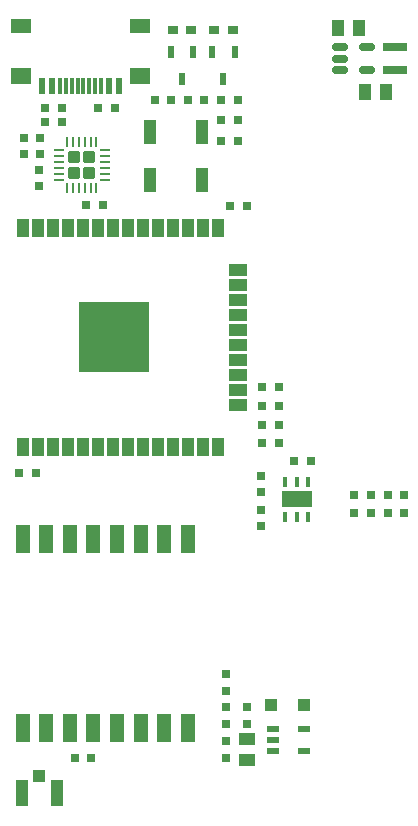
<source format=gbr>
G04 #@! TF.GenerationSoftware,KiCad,Pcbnew,(5.99.0-10229-ge8e7d13299)*
G04 #@! TF.CreationDate,2021-06-16T15:48:42+02:00*
G04 #@! TF.ProjectId,openair2-panelized,6f70656e-6169-4723-922d-70616e656c69,rev?*
G04 #@! TF.SameCoordinates,PX3473bc0PY1312d00*
G04 #@! TF.FileFunction,Paste,Top*
G04 #@! TF.FilePolarity,Positive*
%FSLAX46Y46*%
G04 Gerber Fmt 4.6, Leading zero omitted, Abs format (unit mm)*
G04 Created by KiCad (PCBNEW (5.99.0-10229-ge8e7d13299)) date 2021-06-16 15:48:42*
%MOMM*%
%LPD*%
G01*
G04 APERTURE LIST*
G04 Aperture macros list*
%AMRoundRect*
0 Rectangle with rounded corners*
0 $1 Rounding radius*
0 $2 $3 $4 $5 $6 $7 $8 $9 X,Y pos of 4 corners*
0 Add a 4 corners polygon primitive as box body*
4,1,4,$2,$3,$4,$5,$6,$7,$8,$9,$2,$3,0*
0 Add four circle primitives for the rounded corners*
1,1,$1+$1,$2,$3*
1,1,$1+$1,$4,$5*
1,1,$1+$1,$6,$7*
1,1,$1+$1,$8,$9*
0 Add four rect primitives between the rounded corners*
20,1,$1+$1,$2,$3,$4,$5,0*
20,1,$1+$1,$4,$5,$6,$7,0*
20,1,$1+$1,$6,$7,$8,$9,0*
20,1,$1+$1,$8,$9,$2,$3,0*%
G04 Aperture macros list end*
%ADD10R,0.700000X0.800000*%
%ADD11R,1.050000X1.050000*%
%ADD12R,1.050000X2.200000*%
%ADD13R,1.000000X2.000000*%
%ADD14R,0.800000X0.700000*%
%ADD15R,0.965000X0.800000*%
%ADD16R,2.000000X0.800000*%
%ADD17R,1.000000X0.500000*%
%ADD18R,0.600000X1.000000*%
%ADD19R,1.100000X1.400000*%
%ADD20RoundRect,0.150000X-0.512500X-0.150000X0.512500X-0.150000X0.512500X0.150000X-0.512500X0.150000X0*%
%ADD21R,1.200000X2.400000*%
%ADD22R,1.400000X1.100000*%
%ADD23RoundRect,0.250000X-0.275000X0.275000X-0.275000X-0.275000X0.275000X-0.275000X0.275000X0.275000X0*%
%ADD24RoundRect,0.062500X-0.062500X0.350000X-0.062500X-0.350000X0.062500X-0.350000X0.062500X0.350000X0*%
%ADD25RoundRect,0.062500X-0.350000X0.062500X-0.350000X-0.062500X0.350000X-0.062500X0.350000X0.062500X0*%
%ADD26R,0.600000X1.450000*%
%ADD27R,0.300000X1.450000*%
%ADD28R,1.800000X1.450000*%
%ADD29R,1.800000X1.200000*%
%ADD30R,0.450000X0.950000*%
%ADD31R,2.500000X1.400000*%
%ADD32R,1.100000X1.100000*%
%ADD33R,1.000000X1.500000*%
%ADD34R,1.500000X1.000000*%
%ADD35R,6.000000X6.000000*%
G04 APERTURE END LIST*
D10*
X36900000Y-80400000D03*
X35500000Y-80400000D03*
X21400000Y-47100000D03*
X22800000Y-47100000D03*
D11*
X6000000Y-102597500D03*
D12*
X4525000Y-104100000D03*
X7475000Y-104100000D03*
D10*
X5700000Y-77000000D03*
X4300000Y-77000000D03*
D13*
X15400000Y-48100000D03*
X19800000Y-48100000D03*
D14*
X21800000Y-98200000D03*
X21800000Y-96800000D03*
D10*
X10400000Y-101100000D03*
X9000000Y-101100000D03*
X10000000Y-54300000D03*
X11400000Y-54300000D03*
D15*
X20800000Y-39500000D03*
X22400000Y-39500000D03*
D10*
X26300000Y-74400000D03*
X24900000Y-74400000D03*
X21400000Y-45400000D03*
X22800000Y-45400000D03*
D14*
X23600000Y-98200000D03*
X23600000Y-96800000D03*
D10*
X6500000Y-46050000D03*
X7900000Y-46050000D03*
X6100000Y-48600000D03*
X4700000Y-48600000D03*
D16*
X36100000Y-40900000D03*
X36100000Y-42900000D03*
D10*
X6100000Y-50000000D03*
X4700000Y-50000000D03*
D17*
X25800000Y-98650000D03*
X25800000Y-99600000D03*
X25800000Y-100550000D03*
X28400000Y-100550000D03*
X28400000Y-98650000D03*
D10*
X12400000Y-46050000D03*
X11000000Y-46050000D03*
X22800000Y-48900000D03*
X21400000Y-48900000D03*
X26300000Y-72900000D03*
X24900000Y-72900000D03*
D18*
X19050000Y-41300000D03*
X17150000Y-41300000D03*
X18100000Y-43600000D03*
D19*
X31325000Y-39300000D03*
X33075000Y-39300000D03*
D20*
X31462500Y-40950000D03*
X31462500Y-41900000D03*
X31462500Y-42850000D03*
X33737500Y-42850000D03*
X33737500Y-40950000D03*
D10*
X27600000Y-76000000D03*
X29000000Y-76000000D03*
X35500000Y-78800000D03*
X36900000Y-78800000D03*
X26300000Y-71300000D03*
X24900000Y-71300000D03*
D21*
X18600000Y-82600000D03*
X16600000Y-82600000D03*
X14600000Y-82600000D03*
X12600000Y-82600000D03*
X10600000Y-82600000D03*
X8600000Y-82600000D03*
X6600000Y-82600000D03*
X4600000Y-82600000D03*
X4600000Y-98600000D03*
X6600000Y-98600000D03*
X8600000Y-98600000D03*
X10600000Y-98600000D03*
X12600000Y-98600000D03*
X14600000Y-98600000D03*
X16600000Y-98600000D03*
X18600000Y-98600000D03*
D10*
X26300000Y-69700000D03*
X24900000Y-69700000D03*
D14*
X21800000Y-95400000D03*
X21800000Y-94000000D03*
D13*
X19800000Y-52200000D03*
X15400000Y-52200000D03*
D10*
X17200000Y-45400000D03*
X15800000Y-45400000D03*
D22*
X23600000Y-99525000D03*
X23600000Y-101275000D03*
D18*
X22550000Y-41300000D03*
X20650000Y-41300000D03*
X21600000Y-43600000D03*
D10*
X22200000Y-54400000D03*
X23600000Y-54400000D03*
D23*
X10250000Y-50250000D03*
X8950000Y-51550000D03*
X10250000Y-51550000D03*
X8950000Y-50250000D03*
D24*
X10850000Y-48962500D03*
X10350000Y-48962500D03*
X9850000Y-48962500D03*
X9350000Y-48962500D03*
X8850000Y-48962500D03*
X8350000Y-48962500D03*
D25*
X7662500Y-49650000D03*
X7662500Y-50150000D03*
X7662500Y-50650000D03*
X7662500Y-51150000D03*
X7662500Y-51650000D03*
X7662500Y-52150000D03*
D24*
X8350000Y-52837500D03*
X8850000Y-52837500D03*
X9350000Y-52837500D03*
X9850000Y-52837500D03*
X10350000Y-52837500D03*
X10850000Y-52837500D03*
D25*
X11537500Y-52150000D03*
X11537500Y-51650000D03*
X11537500Y-51150000D03*
X11537500Y-50650000D03*
X11537500Y-50150000D03*
X11537500Y-49650000D03*
D10*
X34100000Y-78800000D03*
X32700000Y-78800000D03*
D14*
X21800000Y-99700000D03*
X21800000Y-101100000D03*
D19*
X35375000Y-44700000D03*
X33625000Y-44700000D03*
D26*
X12750000Y-44245000D03*
X11950000Y-44245000D03*
D27*
X10750000Y-44245000D03*
X9750000Y-44245000D03*
X9250000Y-44245000D03*
X8250000Y-44245000D03*
D26*
X7050000Y-44245000D03*
X6250000Y-44245000D03*
D27*
X7750000Y-44245000D03*
X8750000Y-44245000D03*
X10250000Y-44245000D03*
X11250000Y-44245000D03*
D28*
X14570000Y-43330000D03*
D29*
X4430000Y-39150000D03*
D28*
X4430000Y-43330000D03*
D29*
X14570000Y-39150000D03*
D10*
X34100000Y-80400000D03*
X32700000Y-80400000D03*
X18600000Y-45400000D03*
X20000000Y-45400000D03*
D14*
X24800000Y-78600000D03*
X24800000Y-77200000D03*
D15*
X17300000Y-39500000D03*
X18900000Y-39500000D03*
D10*
X7900000Y-47300000D03*
X6500000Y-47300000D03*
D14*
X6000000Y-51300000D03*
X6000000Y-52700000D03*
X24800000Y-80100000D03*
X24800000Y-81500000D03*
D30*
X26800000Y-80700000D03*
X27800000Y-80700000D03*
X28800000Y-80700000D03*
X28800000Y-77700000D03*
X27800000Y-77700000D03*
X26800000Y-77700000D03*
D31*
X27800000Y-79200000D03*
D32*
X25600000Y-96600000D03*
X28400000Y-96600000D03*
D33*
X4600000Y-74750000D03*
X5870000Y-74750000D03*
X7140000Y-74750000D03*
X8410000Y-74750000D03*
X9680000Y-74750000D03*
X10950000Y-74750000D03*
X12220000Y-74750000D03*
X13490000Y-74750000D03*
X14760000Y-74750000D03*
X16030000Y-74750000D03*
X17300000Y-74750000D03*
X18570000Y-74750000D03*
X19840000Y-74750000D03*
X21110000Y-74750000D03*
D34*
X22850000Y-71200000D03*
X22850000Y-69930000D03*
X22850000Y-68660000D03*
X22850000Y-67390000D03*
X22850000Y-66120000D03*
X22850000Y-64850000D03*
X22850000Y-63580000D03*
X22850000Y-62310000D03*
X22850000Y-61040000D03*
X22850000Y-59770000D03*
D33*
X21110000Y-56250000D03*
X19840000Y-56250000D03*
X18570000Y-56250000D03*
X17300000Y-56250000D03*
X16030000Y-56250000D03*
X14760000Y-56250000D03*
X13490000Y-56250000D03*
X12220000Y-56250000D03*
X10950000Y-56250000D03*
X9680000Y-56250000D03*
X8410000Y-56250000D03*
X7140000Y-56250000D03*
X5870000Y-56250000D03*
X4600000Y-56250000D03*
D35*
X12300000Y-65500000D03*
M02*

</source>
